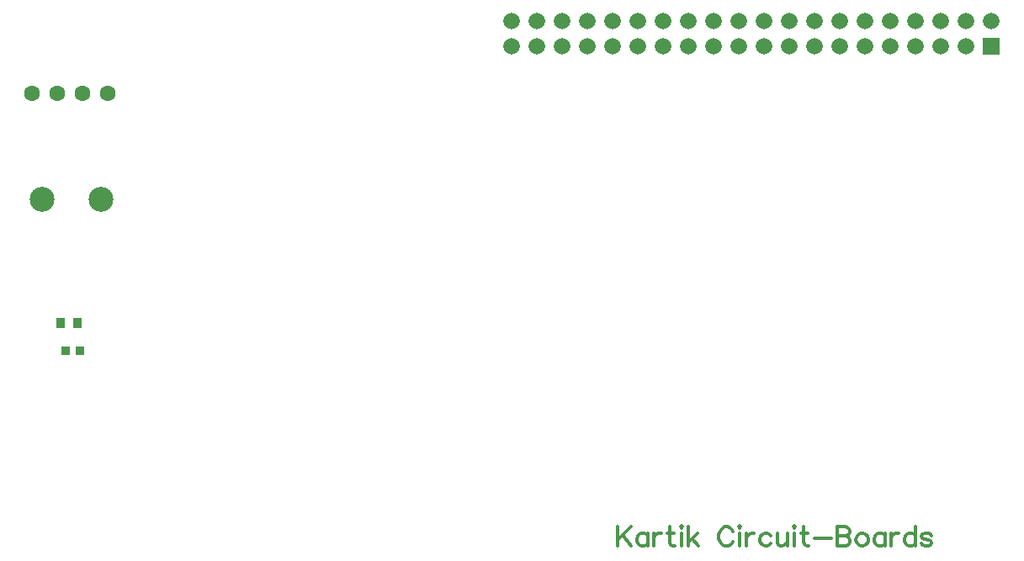
<source format=gtl>
G04 Layer: TopLayer*
G04 EasyEDA v6.5.34, 2023-10-03 12:26:18*
G04 78a80f753c6143bb8b8cf10a4e40b0e4,10*
G04 Gerber Generator version 0.2*
G04 Scale: 100 percent, Rotated: No, Reflected: No *
G04 Dimensions in millimeters *
G04 leading zeros omitted , absolute positions ,4 integer and 5 decimal *
%FSLAX45Y45*%
%MOMM*%

%AMMACRO1*21,1,$1,$2,0,0,$3*%
%ADD10C,0.3000*%
%ADD11R,0.8999X1.0000*%
%ADD12MACRO1,0.864X0.8065X90.0000*%
%ADD13C,2.5000*%
%ADD14C,1.6000*%
%ADD15R,1.6650X1.6650*%
%ADD16C,1.6650*%

%LPD*%
D10*
X10820400Y-5357621D02*
G01*
X10820400Y-5551423D01*
X10949686Y-5357621D02*
G01*
X10820400Y-5486907D01*
X10866627Y-5440679D02*
G01*
X10949686Y-5551423D01*
X11121390Y-5422137D02*
G01*
X11121390Y-5551423D01*
X11121390Y-5449823D02*
G01*
X11103102Y-5431536D01*
X11084559Y-5422137D01*
X11056874Y-5422137D01*
X11038331Y-5431536D01*
X11019790Y-5449823D01*
X11010645Y-5477510D01*
X11010645Y-5496052D01*
X11019790Y-5523737D01*
X11038331Y-5542279D01*
X11056874Y-5551423D01*
X11084559Y-5551423D01*
X11103102Y-5542279D01*
X11121390Y-5523737D01*
X11182350Y-5422137D02*
G01*
X11182350Y-5551423D01*
X11182350Y-5477510D02*
G01*
X11191747Y-5449823D01*
X11210290Y-5431536D01*
X11228577Y-5422137D01*
X11256263Y-5422137D01*
X11344909Y-5357621D02*
G01*
X11344909Y-5514594D01*
X11354308Y-5542279D01*
X11372850Y-5551423D01*
X11391138Y-5551423D01*
X11317224Y-5422137D02*
G01*
X11381993Y-5422137D01*
X11452097Y-5357621D02*
G01*
X11461495Y-5366765D01*
X11470640Y-5357621D01*
X11461495Y-5348223D01*
X11452097Y-5357621D01*
X11461495Y-5422137D02*
G01*
X11461495Y-5551423D01*
X11531600Y-5357621D02*
G01*
X11531600Y-5551423D01*
X11624056Y-5422137D02*
G01*
X11531600Y-5514594D01*
X11568429Y-5477510D02*
G01*
X11633200Y-5551423D01*
X11974829Y-5403850D02*
G01*
X11965686Y-5385307D01*
X11947143Y-5366765D01*
X11928856Y-5357621D01*
X11891772Y-5357621D01*
X11873229Y-5366765D01*
X11854941Y-5385307D01*
X11845543Y-5403850D01*
X11836400Y-5431536D01*
X11836400Y-5477510D01*
X11845543Y-5505450D01*
X11854941Y-5523737D01*
X11873229Y-5542279D01*
X11891772Y-5551423D01*
X11928856Y-5551423D01*
X11947143Y-5542279D01*
X11965686Y-5523737D01*
X11974829Y-5505450D01*
X12035790Y-5357621D02*
G01*
X12045188Y-5366765D01*
X12054331Y-5357621D01*
X12045188Y-5348223D01*
X12035790Y-5357621D01*
X12045188Y-5422137D02*
G01*
X12045188Y-5551423D01*
X12115291Y-5422137D02*
G01*
X12115291Y-5551423D01*
X12115291Y-5477510D02*
G01*
X12124690Y-5449823D01*
X12142977Y-5431536D01*
X12161520Y-5422137D01*
X12189206Y-5422137D01*
X12360909Y-5449823D02*
G01*
X12342622Y-5431536D01*
X12324079Y-5422137D01*
X12296393Y-5422137D01*
X12277852Y-5431536D01*
X12259309Y-5449823D01*
X12250165Y-5477510D01*
X12250165Y-5496052D01*
X12259309Y-5523737D01*
X12277852Y-5542279D01*
X12296393Y-5551423D01*
X12324079Y-5551423D01*
X12342622Y-5542279D01*
X12360909Y-5523737D01*
X12421870Y-5422137D02*
G01*
X12421870Y-5514594D01*
X12431268Y-5542279D01*
X12449809Y-5551423D01*
X12477495Y-5551423D01*
X12495784Y-5542279D01*
X12523470Y-5514594D01*
X12523470Y-5422137D02*
G01*
X12523470Y-5551423D01*
X12584429Y-5357621D02*
G01*
X12593827Y-5366765D01*
X12602972Y-5357621D01*
X12593827Y-5348223D01*
X12584429Y-5357621D01*
X12593827Y-5422137D02*
G01*
X12593827Y-5551423D01*
X12691618Y-5357621D02*
G01*
X12691618Y-5514594D01*
X12701015Y-5542279D01*
X12719304Y-5551423D01*
X12737845Y-5551423D01*
X12663931Y-5422137D02*
G01*
X12728702Y-5422137D01*
X12798806Y-5468365D02*
G01*
X12965175Y-5468365D01*
X13026136Y-5357621D02*
G01*
X13026136Y-5551423D01*
X13026136Y-5357621D02*
G01*
X13109193Y-5357621D01*
X13136879Y-5366765D01*
X13146024Y-5375910D01*
X13155422Y-5394452D01*
X13155422Y-5412994D01*
X13146024Y-5431536D01*
X13136879Y-5440679D01*
X13109193Y-5449823D01*
X13026136Y-5449823D02*
G01*
X13109193Y-5449823D01*
X13136879Y-5459221D01*
X13146024Y-5468365D01*
X13155422Y-5486907D01*
X13155422Y-5514594D01*
X13146024Y-5533136D01*
X13136879Y-5542279D01*
X13109193Y-5551423D01*
X13026136Y-5551423D01*
X13262609Y-5422137D02*
G01*
X13244068Y-5431536D01*
X13225525Y-5449823D01*
X13216381Y-5477510D01*
X13216381Y-5496052D01*
X13225525Y-5523737D01*
X13244068Y-5542279D01*
X13262609Y-5551423D01*
X13290295Y-5551423D01*
X13308584Y-5542279D01*
X13327125Y-5523737D01*
X13336270Y-5496052D01*
X13336270Y-5477510D01*
X13327125Y-5449823D01*
X13308584Y-5431536D01*
X13290295Y-5422137D01*
X13262609Y-5422137D01*
X13508227Y-5422137D02*
G01*
X13508227Y-5551423D01*
X13508227Y-5449823D02*
G01*
X13489686Y-5431536D01*
X13471143Y-5422137D01*
X13443458Y-5422137D01*
X13425170Y-5431536D01*
X13406627Y-5449823D01*
X13397229Y-5477510D01*
X13397229Y-5496052D01*
X13406627Y-5523737D01*
X13425170Y-5542279D01*
X13443458Y-5551423D01*
X13471143Y-5551423D01*
X13489686Y-5542279D01*
X13508227Y-5523737D01*
X13569188Y-5422137D02*
G01*
X13569188Y-5551423D01*
X13569188Y-5477510D02*
G01*
X13578331Y-5449823D01*
X13596874Y-5431536D01*
X13615416Y-5422137D01*
X13643102Y-5422137D01*
X13814806Y-5357621D02*
G01*
X13814806Y-5551423D01*
X13814806Y-5449823D02*
G01*
X13796263Y-5431536D01*
X13777975Y-5422137D01*
X13750290Y-5422137D01*
X13731747Y-5431536D01*
X13713206Y-5449823D01*
X13704061Y-5477510D01*
X13704061Y-5496052D01*
X13713206Y-5523737D01*
X13731747Y-5542279D01*
X13750290Y-5551423D01*
X13777975Y-5551423D01*
X13796263Y-5542279D01*
X13814806Y-5523737D01*
X13977366Y-5449823D02*
G01*
X13968222Y-5431536D01*
X13940536Y-5422137D01*
X13912850Y-5422137D01*
X13884909Y-5431536D01*
X13875766Y-5449823D01*
X13884909Y-5468365D01*
X13903452Y-5477510D01*
X13949679Y-5486907D01*
X13968222Y-5496052D01*
X13977366Y-5514594D01*
X13977366Y-5523737D01*
X13968222Y-5542279D01*
X13940536Y-5551423D01*
X13912850Y-5551423D01*
X13884909Y-5542279D01*
X13875766Y-5523737D01*
D11*
G01*
X5380896Y-3302000D03*
G01*
X5210893Y-3302000D03*
D12*
G01*
X5409324Y-3581400D03*
G01*
X5258675Y-3581400D03*
D13*
G01*
X5021300Y-2057400D03*
G01*
X5621299Y-2057400D03*
D14*
G01*
X4927600Y-990600D03*
G01*
X5181600Y-990600D03*
G01*
X5435600Y-990600D03*
G01*
X5689600Y-990600D03*
D15*
G01*
X14579600Y-520700D03*
D16*
G01*
X14579600Y-266700D03*
G01*
X14325600Y-520700D03*
G01*
X14325600Y-266700D03*
G01*
X14071600Y-520700D03*
G01*
X14071600Y-266700D03*
G01*
X13817600Y-520700D03*
G01*
X13817600Y-266700D03*
G01*
X13563600Y-520700D03*
G01*
X13563600Y-266700D03*
G01*
X13309600Y-520700D03*
G01*
X13309600Y-266700D03*
G01*
X13055600Y-520700D03*
G01*
X13055600Y-266700D03*
G01*
X12801600Y-520700D03*
G01*
X12801600Y-266700D03*
G01*
X12547600Y-520700D03*
G01*
X12547600Y-266700D03*
G01*
X12293600Y-520700D03*
G01*
X12293600Y-266700D03*
G01*
X12039600Y-520700D03*
G01*
X12039600Y-266700D03*
G01*
X11785600Y-520700D03*
G01*
X11785600Y-266700D03*
G01*
X11531600Y-520700D03*
G01*
X11531600Y-266700D03*
G01*
X11277600Y-520700D03*
G01*
X11277600Y-266700D03*
G01*
X11023600Y-520700D03*
G01*
X11023600Y-266700D03*
G01*
X10769600Y-520700D03*
G01*
X10769600Y-266700D03*
G01*
X10515600Y-520700D03*
G01*
X10515600Y-266700D03*
G01*
X10261600Y-520700D03*
G01*
X10261600Y-266700D03*
G01*
X10007600Y-520700D03*
G01*
X10007600Y-266700D03*
G01*
X9753600Y-520700D03*
G01*
X9753600Y-266700D03*
M02*

</source>
